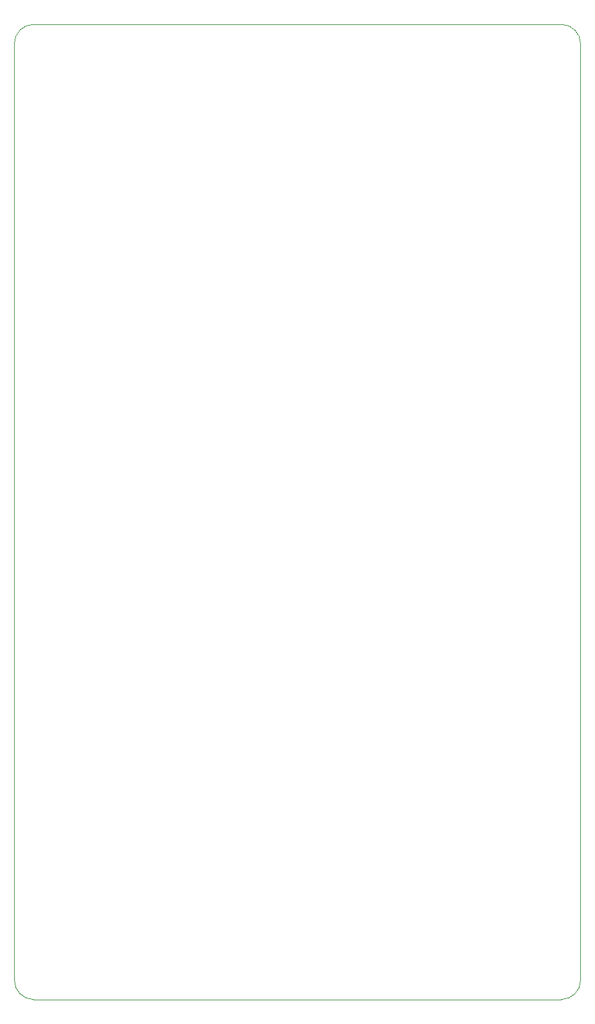
<source format=gbr>
G04 #@! TF.GenerationSoftware,KiCad,Pcbnew,5.1.5+dfsg1-2build2*
G04 #@! TF.CreationDate,2021-11-11T11:20:40+00:00*
G04 #@! TF.ProjectId,PIDController,50494443-6f6e-4747-926f-6c6c65722e6b,rev?*
G04 #@! TF.SameCoordinates,Original*
G04 #@! TF.FileFunction,Profile,NP*
%FSLAX46Y46*%
G04 Gerber Fmt 4.6, Leading zero omitted, Abs format (unit mm)*
G04 Created by KiCad (PCBNEW 5.1.5+dfsg1-2build2) date 2021-11-11 11:20:40*
%MOMM*%
%LPD*%
G04 APERTURE LIST*
%ADD10C,0.050000*%
G04 APERTURE END LIST*
D10*
X187960000Y-154305000D02*
X187960000Y-30480000D01*
X115570000Y-156845000D02*
G75*
G02X113030000Y-154305000I0J2540000D01*
G01*
X187960000Y-154305000D02*
G75*
G02X185420000Y-156845000I-2540000J0D01*
G01*
X185420000Y-27940000D02*
G75*
G02X187960000Y-30480000I0J-2540000D01*
G01*
X113030000Y-30480000D02*
G75*
G02X115570000Y-27940000I2540000J0D01*
G01*
X115570000Y-156845000D02*
X185420000Y-156845000D01*
X113030000Y-30480000D02*
X113030000Y-154305000D01*
X185420000Y-27940000D02*
X115570000Y-27940000D01*
M02*

</source>
